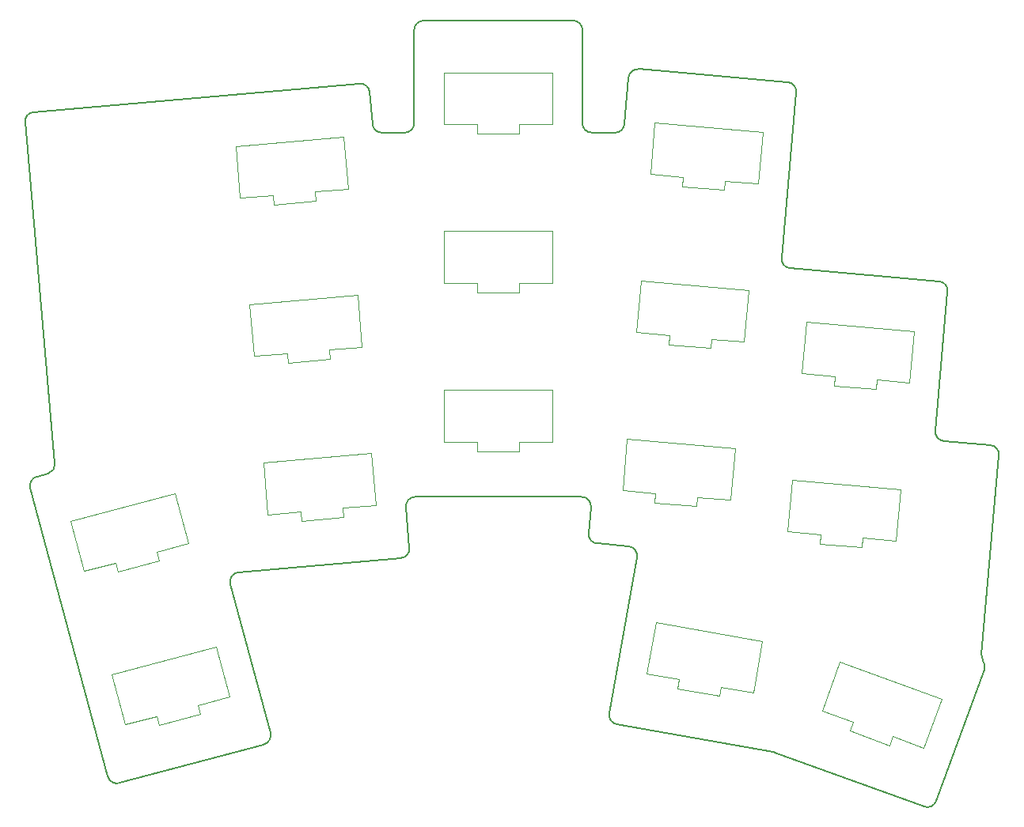
<source format=gbr>
%TF.GenerationSoftware,KiCad,Pcbnew,(5.1.9)-1*%
%TF.CreationDate,2021-06-29T13:01:43+02:00*%
%TF.ProjectId,todarodes_pacificus,746f6461-726f-4646-9573-5f7061636966,VERSION_HERE*%
%TF.SameCoordinates,Original*%
%TF.FileFunction,Profile,NP*%
%FSLAX46Y46*%
G04 Gerber Fmt 4.6, Leading zero omitted, Abs format (unit mm)*
G04 Created by KiCad (PCBNEW (5.1.9)-1) date 2021-06-29 13:01:43*
%MOMM*%
%LPD*%
G01*
G04 APERTURE LIST*
%TA.AperFunction,Profile*%
%ADD10C,0.150000*%
%TD*%
%TA.AperFunction,Profile*%
%ADD11C,0.120000*%
%TD*%
G04 APERTURE END LIST*
D10*
X9017476Y-13412853D02*
X24472291Y-9271748D01*
X25179400Y-8047001D02*
G75*
G02*
X24472291Y-9271748I-965928J-258819D01*
G01*
X20902071Y7916193D02*
X25179397Y-8047004D01*
X-489477Y18203880D02*
X7792731Y-12705744D01*
X9017476Y-13412853D02*
G75*
G02*
X7792731Y-12705744I-258818J965927D01*
G01*
X1401172Y19745756D02*
X217629Y19428625D01*
X-489477Y18203881D02*
G75*
G02*
X217629Y19428625I965925J258819D01*
G01*
X21780841Y9171204D02*
X39160321Y10691713D01*
X40069357Y11775061D02*
G75*
G02*
X39160321Y10691713I-996192J-87156D01*
G01*
X40069360Y11775064D02*
X39686292Y16153563D01*
X-1060475Y57363841D02*
X2138547Y20798836D01*
X36099254Y57153563D02*
X35798726Y60588602D01*
X34715380Y61497640D02*
G75*
G02*
X35798726Y60588602I87154J-996192D01*
G01*
X-151436Y58447192D02*
X34715378Y61497643D01*
X40682485Y17240720D02*
X58482945Y17240719D01*
X59569209Y56240719D02*
X62069979Y56240719D01*
X37095450Y56240719D02*
X39569208Y56240719D01*
X58569207Y57240719D02*
X58569209Y67240718D01*
X57569208Y68240717D02*
G75*
G02*
X58569209Y67240718I1J-1000000D01*
G01*
X57569208Y68240717D02*
X41569208Y68240718D01*
X40569210Y67240718D02*
G75*
G02*
X41569208Y68240718I999999J1D01*
G01*
X40569208Y67240718D02*
X40569210Y57240720D01*
X60140473Y12238953D02*
X63493516Y11945600D01*
X59479138Y16153563D02*
X59231435Y13322303D01*
X60140474Y12238952D02*
G75*
G02*
X59231435Y13322303I87156J996195D01*
G01*
X79879293Y42801569D02*
X81433572Y60567040D01*
X80524530Y61650390D02*
G75*
G02*
X81433572Y60567040I-87154J-996196D01*
G01*
X80524534Y61650390D02*
X64585417Y63044882D01*
X63502069Y62135842D02*
G75*
G02*
X64585417Y63044882I996194J-87154D01*
G01*
X63502066Y62135844D02*
X63066174Y57153562D01*
X97238190Y23214104D02*
X102219163Y22778323D01*
X101258429Y323374D02*
X103128202Y21694975D01*
X96329152Y24297454D02*
X97636487Y39240375D01*
X96727447Y40323727D02*
G75*
G02*
X97636487Y39240375I-87156J-996196D01*
G01*
X80788333Y41718218D02*
X96727447Y40323726D01*
X62250671Y-7122382D02*
X78992405Y-10074400D01*
X61439510Y-5963926D02*
X64391170Y10775758D01*
X62250670Y-7122382D02*
G75*
G02*
X61439510Y-5963926I173648J984808D01*
G01*
X79160774Y-10119515D02*
X95135551Y-15933858D01*
X96417264Y-15336185D02*
G75*
G02*
X95135551Y-15933858I-939693J342020D01*
G01*
X96417262Y-15336184D02*
X101547565Y-1240796D01*
X101431248Y-331280D02*
G75*
G02*
X101547565Y-1240796I-823376J-567496D01*
G01*
X20902073Y7916192D02*
G75*
G02*
X21780841Y9171204I965924J258819D01*
G01*
X39686291Y16153564D02*
G75*
G02*
X40682485Y17240719I996194J87156D01*
G01*
X58482944Y17240716D02*
G75*
G02*
X59479138Y16153563I1J-999998D01*
G01*
X63493516Y11945600D02*
G75*
G02*
X64391170Y10775758I-87154J-996195D01*
G01*
X78992402Y-10074400D02*
G75*
G02*
X79160774Y-10119515I-173647J-984808D01*
G01*
X101431247Y-331279D02*
G75*
G02*
X101258429Y323374I823378J567495D01*
G01*
X102219163Y22778324D02*
G75*
G02*
X103128202Y21694975I-87155J-996194D01*
G01*
X97238189Y23214107D02*
G75*
G02*
X96329152Y24297454I87155J996192D01*
G01*
X80788332Y41718218D02*
G75*
G02*
X79879293Y42801569I87156J996195D01*
G01*
X63066173Y57153560D02*
G75*
G02*
X62069979Y56240719I-996193J87157D01*
G01*
X59569208Y56240716D02*
G75*
G02*
X58569207Y57240719I1J1000002D01*
G01*
X40569209Y57240718D02*
G75*
G02*
X39569208Y56240719I-1000000J1D01*
G01*
X37095448Y56240720D02*
G75*
G02*
X36099254Y57153563I0J999999D01*
G01*
X-1060478Y57363842D02*
G75*
G02*
X-151436Y58447192I996196J87154D01*
G01*
X2138546Y20798836D02*
G75*
G02*
X1401172Y19745756I-996193J-87156D01*
G01*
D11*
%TO.C,S6*%
X43769207Y28690719D02*
X55369207Y28690719D01*
X55369207Y28690719D02*
X55369207Y23140719D01*
X43769207Y23140719D02*
X43769207Y28690719D01*
X47319207Y23140719D02*
X47319207Y22140719D01*
X47319207Y22140719D02*
X51819207Y22140719D01*
X51819207Y22140719D02*
X51819207Y23140719D01*
X47319207Y23140719D02*
X43769207Y23140719D01*
X51819207Y23140719D02*
X55369207Y23140719D01*
%TO.C,S1*%
X8179036Y-1783601D02*
X19383776Y1218700D01*
X19383776Y1218700D02*
X20820221Y-4142189D01*
X9615482Y-7144490D02*
X8179036Y-1783601D01*
X13044518Y-6225682D02*
X13303337Y-7191608D01*
X13303337Y-7191608D02*
X17650004Y-6026922D01*
X17650004Y-6026922D02*
X17391185Y-5060996D01*
X13044518Y-6225682D02*
X9615482Y-7144490D01*
X17391185Y-5060996D02*
X20820221Y-4142189D01*
%TO.C,S2*%
X3779111Y14637137D02*
X14983851Y17639438D01*
X14983851Y17639438D02*
X16420296Y12278549D01*
X5215557Y9276248D02*
X3779111Y14637137D01*
X8644593Y10195056D02*
X8903412Y9229130D01*
X8903412Y9229130D02*
X13250079Y10393816D01*
X13250079Y10393816D02*
X12991260Y11359742D01*
X8644593Y10195056D02*
X5215557Y9276248D01*
X12991260Y11359742D02*
X16420296Y12278549D01*
%TO.C,S3*%
X24414900Y20895394D02*
X35970759Y21906401D01*
X35970759Y21906401D02*
X36454473Y16377520D01*
X24898615Y15366513D02*
X24414900Y20895394D01*
X28435106Y15675916D02*
X28522262Y14679722D01*
X28522262Y14679722D02*
X33005138Y15071923D01*
X33005138Y15071923D02*
X32917982Y16068117D01*
X28435106Y15675916D02*
X24898615Y15366513D01*
X32917982Y16068117D02*
X36454473Y16377520D01*
%TO.C,S4*%
X22933252Y37830703D02*
X34489111Y38841710D01*
X34489111Y38841710D02*
X34972825Y33312829D01*
X23416967Y32301822D02*
X22933252Y37830703D01*
X26953458Y32611225D02*
X27040614Y31615031D01*
X27040614Y31615031D02*
X31523490Y32007232D01*
X31523490Y32007232D02*
X31436334Y33003426D01*
X26953458Y32611225D02*
X23416967Y32301822D01*
X31436334Y33003426D02*
X34972825Y33312829D01*
%TO.C,S5*%
X21451605Y54766013D02*
X33007464Y55777020D01*
X33007464Y55777020D02*
X33491178Y50248139D01*
X21935320Y49237132D02*
X21451605Y54766013D01*
X25471811Y49546535D02*
X25558967Y48550341D01*
X25558967Y48550341D02*
X30041843Y48942542D01*
X30041843Y48942542D02*
X29954687Y49938736D01*
X25471811Y49546535D02*
X21935320Y49237132D01*
X29954687Y49938736D02*
X33491178Y50248139D01*
%TO.C,S7*%
X43769209Y45690720D02*
X55369209Y45690720D01*
X55369209Y45690720D02*
X55369209Y40140720D01*
X43769209Y40140720D02*
X43769209Y45690720D01*
X47319209Y40140720D02*
X47319209Y39140720D01*
X47319209Y39140720D02*
X51819209Y39140720D01*
X51819209Y39140720D02*
X51819209Y40140720D01*
X47319209Y40140720D02*
X43769209Y40140720D01*
X51819209Y40140720D02*
X55369209Y40140720D01*
%TO.C,S8*%
X43769206Y62690719D02*
X55369206Y62690719D01*
X55369206Y62690719D02*
X55369206Y57140719D01*
X43769206Y57140719D02*
X43769206Y62690719D01*
X47319206Y57140719D02*
X47319206Y56140719D01*
X47319206Y56140719D02*
X51819206Y56140719D01*
X51819206Y56140719D02*
X51819206Y57140719D01*
X47319206Y57140719D02*
X43769206Y57140719D01*
X51819206Y57140719D02*
X55369206Y57140719D01*
%TO.C,S9*%
X63330036Y23453639D02*
X74885895Y22442632D01*
X74885895Y22442632D02*
X74402180Y16913751D01*
X62846322Y17924758D02*
X63330036Y23453639D01*
X66382813Y17615355D02*
X66295657Y16619161D01*
X66295657Y16619161D02*
X70778533Y16226960D01*
X70778533Y16226960D02*
X70865689Y17223154D01*
X66382813Y17615355D02*
X62846322Y17924758D01*
X70865689Y17223154D02*
X74402180Y16913751D01*
%TO.C,S10*%
X64811683Y40388950D02*
X76367542Y39377943D01*
X76367542Y39377943D02*
X75883827Y33849062D01*
X64327969Y34860069D02*
X64811683Y40388950D01*
X67864460Y34550666D02*
X67777304Y33554472D01*
X67777304Y33554472D02*
X72260180Y33162271D01*
X72260180Y33162271D02*
X72347336Y34158465D01*
X67864460Y34550666D02*
X64327969Y34860069D01*
X72347336Y34158465D02*
X75883827Y33849062D01*
%TO.C,S11*%
X66293332Y57324259D02*
X77849191Y56313252D01*
X77849191Y56313252D02*
X77365476Y50784371D01*
X65809618Y51795378D02*
X66293332Y57324259D01*
X69346109Y51485975D02*
X69258953Y50489781D01*
X69258953Y50489781D02*
X73741829Y50097580D01*
X73741829Y50097580D02*
X73828985Y51093774D01*
X69346109Y51485975D02*
X65809618Y51795378D01*
X73828985Y51093774D02*
X77365476Y50784371D01*
%TO.C,S12*%
X81014599Y19062286D02*
X92570458Y18051279D01*
X92570458Y18051279D02*
X92086743Y12522398D01*
X80530885Y13533405D02*
X81014599Y19062286D01*
X84067376Y13224002D02*
X83980220Y12227808D01*
X83980220Y12227808D02*
X88463096Y11835607D01*
X88463096Y11835607D02*
X88550252Y12831801D01*
X84067376Y13224002D02*
X80530885Y13533405D01*
X88550252Y12831801D02*
X92086743Y12522398D01*
%TO.C,S13*%
X82496247Y35997595D02*
X94052106Y34986588D01*
X94052106Y34986588D02*
X93568391Y29457707D01*
X82012533Y30468714D02*
X82496247Y35997595D01*
X85549024Y30159311D02*
X85461868Y29163117D01*
X85461868Y29163117D02*
X89944744Y28770916D01*
X89944744Y28770916D02*
X90031900Y29767110D01*
X85549024Y30159311D02*
X82012533Y30468714D01*
X90031900Y29767110D02*
X93568391Y29457707D01*
%TO.C,S14*%
X66405520Y3771641D02*
X77829290Y1757322D01*
X77829290Y1757322D02*
X76865543Y-3708361D01*
X65441773Y-1694042D02*
X66405520Y3771641D01*
X68937840Y-2310493D02*
X68764192Y-3295301D01*
X68764192Y-3295301D02*
X73195827Y-4076717D01*
X73195827Y-4076717D02*
X73369475Y-3091910D01*
X68937840Y-2310493D02*
X65441773Y-1694042D01*
X73369475Y-3091910D02*
X76865543Y-3708361D01*
%TO.C,S15*%
X86083921Y-454499D02*
X96984356Y-4421933D01*
X96984356Y-4421933D02*
X95086144Y-9637227D01*
X84185709Y-5669793D02*
X86083921Y-454499D01*
X87521618Y-6883964D02*
X87179598Y-7823657D01*
X87179598Y-7823657D02*
X91408215Y-9362748D01*
X91408215Y-9362748D02*
X91750235Y-8423055D01*
X87521618Y-6883964D02*
X84185709Y-5669793D01*
X91750235Y-8423055D02*
X95086144Y-9637227D01*
%TD*%
M02*

</source>
